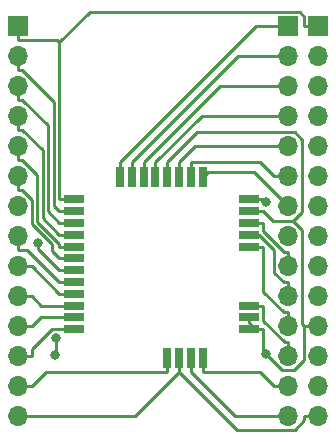
<source format=gbr>
G04 #@! TF.GenerationSoftware,KiCad,Pcbnew,5.1.5+dfsg1-2build2*
G04 #@! TF.CreationDate,2022-03-02T16:10:57-05:00*
G04 #@! TF.ProjectId,RAK3172_BREAKOUT,52414b33-3137-4325-9f42-5245414b4f55,rev?*
G04 #@! TF.SameCoordinates,Original*
G04 #@! TF.FileFunction,Copper,L1,Top*
G04 #@! TF.FilePolarity,Positive*
%FSLAX46Y46*%
G04 Gerber Fmt 4.6, Leading zero omitted, Abs format (unit mm)*
G04 Created by KiCad (PCBNEW 5.1.5+dfsg1-2build2) date 2022-03-02 16:10:57*
%MOMM*%
%LPD*%
G04 APERTURE LIST*
%ADD10R,0.700000X1.800000*%
%ADD11R,1.800000X0.700000*%
%ADD12O,1.700000X1.700000*%
%ADD13R,1.700000X1.700000*%
%ADD14C,0.800000*%
%ADD15C,0.250000*%
G04 APERTURE END LIST*
D10*
X67630000Y-64630000D03*
X66630000Y-64630000D03*
X65630000Y-64630000D03*
X64630000Y-64630000D03*
X63630000Y-64630000D03*
X62630000Y-64630000D03*
X61630000Y-64630000D03*
X60630000Y-64630000D03*
D11*
X71530000Y-66530000D03*
X71530000Y-67530000D03*
X71530000Y-68530000D03*
X71530000Y-69530000D03*
X71530000Y-70530000D03*
X71530000Y-75530000D03*
X71530000Y-76530000D03*
X71530000Y-77530000D03*
X56730000Y-77530000D03*
X56730000Y-76530000D03*
X56730000Y-75530000D03*
X56730000Y-74530000D03*
X56730000Y-68530000D03*
X56730000Y-69530000D03*
X56730000Y-70530000D03*
X56730000Y-71530000D03*
D10*
X67630000Y-79930000D03*
D11*
X56730000Y-67530000D03*
X56730000Y-66530000D03*
D10*
X66630000Y-79930000D03*
X65630000Y-79930000D03*
X64630000Y-79930000D03*
D11*
X56730000Y-73530000D03*
X56730000Y-72530000D03*
D12*
X77400000Y-84890000D03*
X77400000Y-82350000D03*
X77400000Y-79810000D03*
X77400000Y-77270000D03*
X77400000Y-74730000D03*
X77400000Y-72190000D03*
X77400000Y-69650000D03*
X77400000Y-67110000D03*
X77400000Y-64570000D03*
X77400000Y-62030000D03*
X77400000Y-59490000D03*
X77400000Y-56950000D03*
X77400000Y-54410000D03*
D13*
X77400000Y-51870000D03*
D12*
X74860000Y-84890000D03*
X74860000Y-82350000D03*
X74860000Y-79810000D03*
X74860000Y-77270000D03*
X74860000Y-74730000D03*
X74860000Y-72190000D03*
X74860000Y-69650000D03*
X74860000Y-67110000D03*
X74860000Y-64570000D03*
X74860000Y-62030000D03*
X74860000Y-59490000D03*
X74860000Y-56950000D03*
X74860000Y-54410000D03*
D13*
X74860000Y-51870000D03*
D12*
X52000000Y-84890000D03*
X52000000Y-82350000D03*
X52000000Y-79810000D03*
X52000000Y-77270000D03*
X52000000Y-74730000D03*
X52000000Y-72190000D03*
X52000000Y-69650000D03*
X52000000Y-67110000D03*
X52000000Y-64570000D03*
X52000000Y-62030000D03*
X52000000Y-59490000D03*
X52000000Y-56950000D03*
X52000000Y-54410000D03*
D13*
X52000000Y-51870000D03*
D14*
X72978900Y-79591100D03*
X55163500Y-79724900D03*
X55202500Y-78259300D03*
X53718800Y-70220400D03*
X73032500Y-66789900D03*
D15*
X52000000Y-54410000D02*
X52000000Y-55585300D01*
X56730000Y-67530000D02*
X55504700Y-67530000D01*
X55504700Y-67530000D02*
X55054300Y-67079600D01*
X55054300Y-67079600D02*
X55054300Y-58272300D01*
X55054300Y-58272300D02*
X52367300Y-55585300D01*
X52367300Y-55585300D02*
X52000000Y-55585300D01*
X55504700Y-53252600D02*
X58062600Y-50694700D01*
X58062600Y-50694700D02*
X75857500Y-50694700D01*
X75857500Y-50694700D02*
X76224700Y-51061900D01*
X76224700Y-51061900D02*
X76224700Y-51870000D01*
X52000000Y-53045300D02*
X55297400Y-53045300D01*
X55297400Y-53045300D02*
X55504700Y-53252600D01*
X55504700Y-66530000D02*
X55504700Y-53252600D01*
X77400000Y-51870000D02*
X76224700Y-51870000D01*
X52000000Y-51870000D02*
X52000000Y-53045300D01*
X56730000Y-66530000D02*
X55504700Y-66530000D01*
X71530000Y-68530000D02*
X72755300Y-68530000D01*
X74860000Y-72190000D02*
X74860000Y-71014700D01*
X74860000Y-71014700D02*
X74514700Y-71014700D01*
X74514700Y-71014700D02*
X72755300Y-69255300D01*
X72755300Y-69255300D02*
X72755300Y-68530000D01*
X74860000Y-74730000D02*
X74860000Y-73554700D01*
X71530000Y-69530000D02*
X72393100Y-69530000D01*
X72393100Y-69530000D02*
X73684700Y-70821600D01*
X73684700Y-70821600D02*
X73684700Y-72746800D01*
X73684700Y-72746800D02*
X74492600Y-73554700D01*
X74492600Y-73554700D02*
X74860000Y-73554700D01*
X74860000Y-77270000D02*
X74860000Y-76094700D01*
X71530000Y-70530000D02*
X72755300Y-70530000D01*
X72755300Y-70530000D02*
X72755300Y-74354800D01*
X72755300Y-74354800D02*
X74495200Y-76094700D01*
X74495200Y-76094700D02*
X74860000Y-76094700D01*
X74860000Y-79810000D02*
X74860000Y-78634700D01*
X71530000Y-75530000D02*
X72755300Y-75530000D01*
X72755300Y-75530000D02*
X72755300Y-76827600D01*
X72755300Y-76827600D02*
X74562400Y-78634700D01*
X74562400Y-78634700D02*
X74860000Y-78634700D01*
X74860000Y-82350000D02*
X73684700Y-82350000D01*
X67630000Y-79930000D02*
X67630000Y-81155300D01*
X67630000Y-81155300D02*
X72490000Y-81155300D01*
X72490000Y-81155300D02*
X73684700Y-82350000D01*
X73684700Y-84890000D02*
X70364700Y-84890000D01*
X70364700Y-84890000D02*
X66630000Y-81155300D01*
X74860000Y-84890000D02*
X73684700Y-84890000D01*
X66630000Y-79930000D02*
X66630000Y-81155300D01*
X53175300Y-82350000D02*
X54370000Y-81155300D01*
X54370000Y-81155300D02*
X64630000Y-81155300D01*
X52000000Y-82350000D02*
X53175300Y-82350000D01*
X64630000Y-79930000D02*
X64630000Y-81155300D01*
X52000000Y-79810000D02*
X53175300Y-79810000D01*
X55504700Y-77530000D02*
X54867700Y-77530000D01*
X54867700Y-77530000D02*
X53175300Y-79222400D01*
X53175300Y-79222400D02*
X53175300Y-79810000D01*
X56730000Y-77530000D02*
X55504700Y-77530000D01*
X52000000Y-77270000D02*
X53175300Y-77270000D01*
X56730000Y-76530000D02*
X53915300Y-76530000D01*
X53915300Y-76530000D02*
X53175300Y-77270000D01*
X75291000Y-68380000D02*
X73605300Y-68380000D01*
X73605300Y-68380000D02*
X72755300Y-67530000D01*
X76235200Y-77270000D02*
X76035400Y-77070200D01*
X76035400Y-77070200D02*
X76035400Y-69124400D01*
X76035400Y-69124400D02*
X75291000Y-68380000D01*
X64630000Y-63404700D02*
X67180100Y-60854600D01*
X67180100Y-60854600D02*
X75411500Y-60854600D01*
X75411500Y-60854600D02*
X76078200Y-61521300D01*
X76078200Y-61521300D02*
X76078200Y-67592800D01*
X76078200Y-67592800D02*
X75291000Y-68380000D01*
X64630000Y-64630000D02*
X64630000Y-63404700D01*
X71530000Y-67530000D02*
X72755300Y-67530000D01*
X72978900Y-79591100D02*
X74373100Y-80985300D01*
X74373100Y-80985300D02*
X75346900Y-80985300D01*
X75346900Y-80985300D02*
X76224700Y-80107500D01*
X76224700Y-80107500D02*
X76224700Y-77280500D01*
X76224700Y-77280500D02*
X76235200Y-77270000D01*
X72030100Y-77530000D02*
X71530000Y-77029900D01*
X71530000Y-77029900D02*
X71530000Y-76530000D01*
X72030100Y-77530000D02*
X72755300Y-77530000D01*
X71530000Y-77530000D02*
X72030100Y-77530000D01*
X55202500Y-78259300D02*
X55202500Y-79685900D01*
X55202500Y-79685900D02*
X55163500Y-79724900D01*
X72755300Y-77530000D02*
X72755300Y-79367500D01*
X72755300Y-79367500D02*
X72978900Y-79591100D01*
X77400000Y-77270000D02*
X76235200Y-77270000D01*
X52000000Y-74730000D02*
X53175300Y-74730000D01*
X56730000Y-75530000D02*
X53975300Y-75530000D01*
X53975300Y-75530000D02*
X53175300Y-74730000D01*
X56730000Y-74530000D02*
X55504700Y-74530000D01*
X52000000Y-72190000D02*
X53175300Y-72190000D01*
X55504700Y-74530000D02*
X55504700Y-74519400D01*
X55504700Y-74519400D02*
X53175300Y-72190000D01*
X52000000Y-69650000D02*
X52000000Y-70825300D01*
X56730000Y-73530000D02*
X55504700Y-73530000D01*
X55504700Y-73530000D02*
X52800000Y-70825300D01*
X52800000Y-70825300D02*
X52000000Y-70825300D01*
X56730000Y-72530000D02*
X55504700Y-72530000D01*
X55504700Y-72530000D02*
X53718800Y-70744100D01*
X53718800Y-70744100D02*
X53718800Y-70220400D01*
X55504700Y-71530000D02*
X54861600Y-70886900D01*
X54861600Y-70886900D02*
X54861600Y-70303900D01*
X54861600Y-70303900D02*
X53175300Y-68617600D01*
X53175300Y-68617600D02*
X53175300Y-66619300D01*
X53175300Y-66619300D02*
X52301300Y-65745300D01*
X52301300Y-65745300D02*
X52000000Y-65745300D01*
X52000000Y-64570000D02*
X52000000Y-65745300D01*
X56730000Y-71530000D02*
X55504700Y-71530000D01*
X55504700Y-70530000D02*
X55504700Y-70310100D01*
X55504700Y-70310100D02*
X53625600Y-68431000D01*
X53625600Y-68431000D02*
X53625600Y-64463500D01*
X53625600Y-64463500D02*
X52367400Y-63205300D01*
X52367400Y-63205300D02*
X52000000Y-63205300D01*
X52000000Y-62030000D02*
X52000000Y-63205300D01*
X56730000Y-70530000D02*
X55504700Y-70530000D01*
X55504700Y-69530000D02*
X54075900Y-68101200D01*
X54075900Y-68101200D02*
X54075900Y-62373900D01*
X54075900Y-62373900D02*
X52367300Y-60665300D01*
X52367300Y-60665300D02*
X52000000Y-60665300D01*
X52000000Y-59490000D02*
X52000000Y-60665300D01*
X56730000Y-69530000D02*
X55504700Y-69530000D01*
X55504700Y-68530000D02*
X54526200Y-67551500D01*
X54526200Y-67551500D02*
X54526200Y-60284200D01*
X54526200Y-60284200D02*
X52367300Y-58125300D01*
X52367300Y-58125300D02*
X52000000Y-58125300D01*
X52000000Y-56950000D02*
X52000000Y-58125300D01*
X56730000Y-68530000D02*
X55504700Y-68530000D01*
X71530000Y-66530000D02*
X72772600Y-66530000D01*
X72772600Y-66530000D02*
X73032500Y-66789900D01*
X67630000Y-64630000D02*
X68071700Y-64188300D01*
X68071700Y-64188300D02*
X71938300Y-64188300D01*
X71938300Y-64188300D02*
X74860000Y-67110000D01*
X66630000Y-63404700D02*
X72519400Y-63404700D01*
X72519400Y-63404700D02*
X73684700Y-64570000D01*
X74860000Y-64570000D02*
X73684700Y-64570000D01*
X66630000Y-64630000D02*
X66630000Y-63404700D01*
X65630000Y-63404700D02*
X67004700Y-62030000D01*
X67004700Y-62030000D02*
X73684700Y-62030000D01*
X74860000Y-62030000D02*
X73684700Y-62030000D01*
X65630000Y-64630000D02*
X65630000Y-63404700D01*
X73684700Y-59490000D02*
X67544700Y-59490000D01*
X67544700Y-59490000D02*
X63630000Y-63404700D01*
X74860000Y-59490000D02*
X73684700Y-59490000D01*
X63630000Y-64630000D02*
X63630000Y-63404700D01*
X73684700Y-56950000D02*
X69084700Y-56950000D01*
X69084700Y-56950000D02*
X62630000Y-63404700D01*
X74860000Y-56950000D02*
X73684700Y-56950000D01*
X62630000Y-64630000D02*
X62630000Y-63404700D01*
X73684700Y-54410000D02*
X70624700Y-54410000D01*
X70624700Y-54410000D02*
X61630000Y-63404700D01*
X74860000Y-54410000D02*
X73684700Y-54410000D01*
X61630000Y-64630000D02*
X61630000Y-63404700D01*
X60630000Y-63404700D02*
X72164700Y-51870000D01*
X72164700Y-51870000D02*
X73684700Y-51870000D01*
X74860000Y-51870000D02*
X73684700Y-51870000D01*
X60630000Y-64630000D02*
X60630000Y-63404700D01*
X52000000Y-84890000D02*
X61895300Y-84890000D01*
X61895300Y-84890000D02*
X65630000Y-81155300D01*
X65630000Y-81155300D02*
X70540000Y-86065300D01*
X70540000Y-86065300D02*
X75416800Y-86065300D01*
X75416800Y-86065300D02*
X76224700Y-85257400D01*
X76224700Y-85257400D02*
X76224700Y-84890000D01*
X77400000Y-84890000D02*
X76224700Y-84890000D01*
X65630000Y-79930000D02*
X65630000Y-81155300D01*
M02*

</source>
